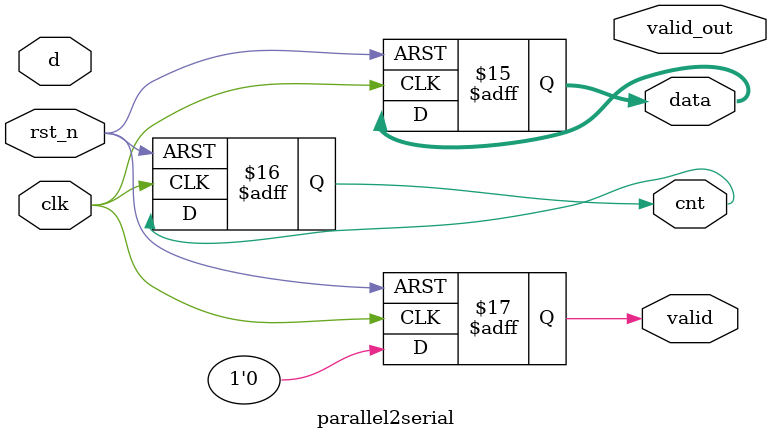
<source format=v>
module parallel2serial(
    input clk,
    input rst_n,
    input [3:0] d,
    output valid_out,
    output reg[7:0] data,
    output reg cnt,
    output reg valid
);

initial begin
    cnt = 0;
    valid = 1;
end
always @(posedge clk or negedge rst_n) begin
    if (!rst_n) begin
        data <= 8'hff;
        cnt <= 0;
        valid <= 1;
    end
    else begin
        if (cnt == 3) begin
            data <= d;
            cyt <= 0;
            valid <= 1;
        end
        else begin
            cyt <= cyt + 1;
            valid <= 0;
        end
    end
end
endmodule
</source>
